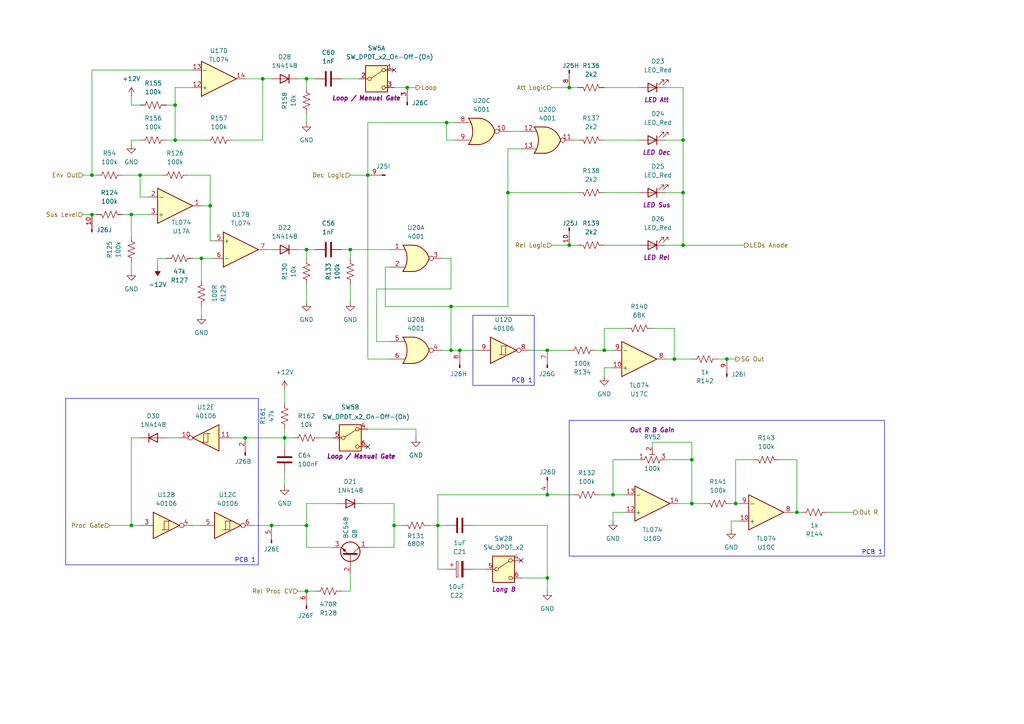
<source format=kicad_sch>
(kicad_sch (version 20250114) (generator "eeschema") (generator_version "9.0")
  (paper "A4")
  (title_block (comment 1 "PCB for 15cm Kosmo format synthesizer module"))
  (lib_symbols
    (symbol "4xxx:4001" (pin_names (offset 1.016))
      (property "Reference" "U" (at 0 1.27 0))
      (property "Value" "4001" (at 0 -1.27 0))
      (symbol "4001_1_1"
        (pin input line (at -7.62 2.54 0) (length 4.318) (name "~") (number "1"))
        (pin input line (at -7.62 -2.54 0) (length 4.318) (name "~") (number "2"))
        (pin output inverted (at 7.62 0 180) (length 3.81) (name "~") (number "3"))
      )
      (symbol "4001_1_2"
        (pin input inverted (at -7.62 2.54 0) (length 3.81) (name "~") (number "1"))
        (pin input inverted (at -7.62 -2.54 0) (length 3.81) (name "~") (number "2"))
        (pin output line (at 7.62 0 180) (length 3.81) (name "~") (number "3"))
      )
      (symbol "4001_2_1"
        (pin input line (at -7.62 2.54 0) (length 4.318) (name "~") (number "5"))
        (pin input line (at -7.62 -2.54 0) (length 4.318) (name "~") (number "6"))
        (pin output inverted (at 7.62 0 180) (length 3.81) (name "~") (number "4"))
      )
      (symbol "4001_2_2"
        (pin input inverted (at -7.62 2.54 0) (length 3.81) (name "~") (number "5"))
        (pin input inverted (at -7.62 -2.54 0) (length 3.81) (name "~") (number "6"))
        (pin output line (at 7.62 0 180) (length 3.81) (name "~") (number "4"))
      )
      (symbol "4001_3_1"
        (pin input line (at -7.62 2.54 0) (length 4.318) (name "~") (number "8"))
        (pin input line (at -7.62 -2.54 0) (length 4.318) (name "~") (number "9"))
        (pin output inverted (at 7.62 0 180) (length 3.81) (name "~") (number "10"))
      )
      (symbol "4001_3_2"
        (pin input inverted (at -7.62 2.54 0) (length 3.81) (name "~") (number "8"))
        (pin input inverted (at -7.62 -2.54 0) (length 3.81) (name "~") (number "9"))
        (pin output line (at 7.62 0 180) (length 3.81) (name "~") (number "10"))
      )
      (symbol "4001_4_1"
        (pin input line (at -7.62 2.54 0) (length 4.318) (name "~") (number "12"))
        (pin input line (at -7.62 -2.54 0) (length 4.318) (name "~") (number "13"))
        (pin output inverted (at 7.62 0 180) (length 3.81) (name "~") (number "11"))
      )
      (symbol "4001_4_2"
        (pin input inverted (at -7.62 2.54 0) (length 3.81) (name "~") (number "12"))
        (pin input inverted (at -7.62 -2.54 0) (length 3.81) (name "~") (number "13"))
        (pin output line (at 7.62 0 180) (length 3.81) (name "~") (number "11"))
      )
      (symbol "4001_5_0"
        (pin power_in line (at 0 12.7 270) (length 5.08) (name "VDD") (number "14"))
        (pin power_in line (at 0 -12.7 90) (length 5.08) (name "VSS") (number "7"))
      )
    )
    (symbol "4xxx:40106" (pin_names (offset 1.016))
      (property "Reference" "U" (at 0 1.27 0))
      (property "Value" "40106" (at 0 -1.27 0))
      (symbol "40106_1_0"
        (pin input line (at -7.62 0 0) (length 3.81) (name "~") (number "1"))
        (pin output inverted (at 7.62 0 180) (length 3.81) (name "~") (number "2"))
      )
      (symbol "40106_2_0"
        (pin input line (at -7.62 0 0) (length 3.81) (name "~") (number "3"))
        (pin output inverted (at 7.62 0 180) (length 3.81) (name "~") (number "4"))
      )
      (symbol "40106_3_0"
        (pin input line (at -7.62 0 0) (length 3.81) (name "~") (number "5"))
        (pin output inverted (at 7.62 0 180) (length 3.81) (name "~") (number "6"))
      )
      (symbol "40106_4_0"
        (pin input line (at -7.62 0 0) (length 3.81) (name "~") (number "9"))
        (pin output inverted (at 7.62 0 180) (length 3.81) (name "~") (number "8"))
      )
      (symbol "40106_5_0"
        (pin input line (at -7.62 0 0) (length 3.81) (name "~") (number "11"))
        (pin output inverted (at 7.62 0 180) (length 3.81) (name "~") (number "10"))
      )
      (symbol "40106_6_0"
        (pin input line (at -7.62 0 0) (length 3.81) (name "~") (number "13"))
        (pin output inverted (at 7.62 0 180) (length 3.81) (name "~") (number "12"))
      )
      (symbol "40106_7_0"
        (pin power_in line (at 0 12.7 270) (length 5.08) (name "VDD") (number "14"))
        (pin power_in line (at 0 -12.7 90) (length 5.08) (name "VSS") (number "7"))
      )
    )
    (symbol "Amplifier_Operational:TL074" (pin_names (offset 0.127))
      (property "Reference" "U" (at 0 5.08 0))
      (property "Value" "TL074" (at 0 -5.08 0))
      (symbol "TL074_1_1"
        (pin input line (at -7.62 2.54 0) (length 2.54) (name "+") (number "3"))
        (pin input line (at -7.62 -2.54 0) (length 2.54) (name "-") (number "2"))
        (pin output line (at 7.62 0 180) (length 2.54) (name "~") (number "1"))
      )
      (symbol "TL074_2_1"
        (pin input line (at -7.62 2.54 0) (length 2.54) (name "+") (number "5"))
        (pin input line (at -7.62 -2.54 0) (length 2.54) (name "-") (number "6"))
        (pin output line (at 7.62 0 180) (length 2.54) (name "~") (number "7"))
      )
      (symbol "TL074_3_1"
        (pin input line (at -7.62 2.54 0) (length 2.54) (name "+") (number "10"))
        (pin input line (at -7.62 -2.54 0) (length 2.54) (name "-") (number "9"))
        (pin output line (at 7.62 0 180) (length 2.54) (name "~") (number "8"))
      )
      (symbol "TL074_4_1"
        (pin input line (at -7.62 2.54 0) (length 2.54) (name "+") (number "12"))
        (pin input line (at -7.62 -2.54 0) (length 2.54) (name "-") (number "13"))
        (pin output line (at 7.62 0 180) (length 2.54) (name "~") (number "14"))
      )
      (symbol "TL074_5_1"
        (pin power_in line (at -2.54 7.62 270) (length 3.81) (name "V+") (number "4"))
        (pin power_in line (at -2.54 -7.62 90) (length 3.81) (name "V-") (number "11"))
      )
    )
    (symbol "Device:C" (pin_numbers (hide yes)) (pin_names (offset 0.254))
      (property "Reference" "C" (at 0.635 2.54 0))
      (property "Value" "C" (at 0.635 -2.54 0))
      (symbol "C_1_1"
        (pin passive line (at 0 3.81 270) (length 2.794) (name "~") (number "1"))
        (pin passive line (at 0 -3.81 90) (length 2.794) (name "~") (number "2"))
      )
    )
    (symbol "Device:C_Polarized" (pin_numbers (hide yes)) (pin_names (offset 0.254))
      (property "Reference" "C" (at 0.635 2.54 0))
      (property "Value" "C_Polarized" (at 0.635 -2.54 0))
      (symbol "C_Polarized_1_1"
        (pin passive line (at 0 3.81 270) (length 2.794) (name "~") (number "1"))
        (pin passive line (at 0 -3.81 90) (length 2.794) (name "~") (number "2"))
      )
    )
    (symbol "Device:LED" (pin_numbers (hide yes)) (pin_names (offset 1.016) (hide yes))
      (property "Reference" "D" (at 0 2.54 0))
      (property "Value" "LED" (at 0 -2.54 0))
      (symbol "LED_1_1"
        (pin passive line (at -3.81 0 0) (length 2.54) (name "K") (number "1"))
        (pin passive line (at 3.81 0 180) (length 2.54) (name "A") (number "2"))
      )
    )
    (symbol "Device:R_Potentiometer_Trim_US" (pin_names (offset 1.016) (hide yes))
      (property "Reference" "RV" (at -4.445 0 90))
      (property "Value" "R_Potentiometer_Trim_US" (at -2.54 0 90))
      (symbol "R_Potentiometer_Trim_US_1_1"
        (pin passive line (at 0 3.81 270) (length 1.27) (name "1") (number "1"))
        (pin passive line (at 0 -3.81 90) (length 1.27) (name "3") (number "3"))
        (pin passive line (at 3.81 0 180) (length 1.27) (name "2") (number "2"))
      )
    )
    (symbol "Device:R_US" (pin_numbers (hide yes)) (pin_names (offset 0))
      (property "Reference" "R" (at 2.54 0 90))
      (property "Value" "R_US" (at -2.54 0 90))
      (symbol "R_US_1_1"
        (pin passive line (at 0 3.81 270) (length 1.27) (name "~") (number "1"))
        (pin passive line (at 0 -3.81 90) (length 1.27) (name "~") (number "2"))
      )
    )
    (symbol "Diode:1N4148" (pin_numbers (hide yes)) (pin_names (hide yes))
      (property "Reference" "D" (at 0 2.54 0))
      (property "Value" "1N4148" (at 0 -2.54 0))
      (symbol "1N4148_1_1"
        (pin passive line (at -3.81 0 0) (length 2.54) (name "K") (number "1"))
        (pin passive line (at 3.81 0 180) (length 2.54) (name "A") (number "2"))
      )
    )
    (symbol "Switch:SW_DPDT_x2" (pin_names (offset 0) (hide yes))
      (property "Reference" "SW" (at 0 5.08 0))
      (property "Value" "SW_DPDT_x2" (at 0 -5.08 0))
      (symbol "SW_DPDT_x2_1_1"
        (pin passive line (at -5.08 0 0) (length 2.54) (name "B") (number "2"))
        (pin passive line (at 5.08 2.54 180) (length 2.54) (name "A") (number "1"))
        (pin passive line (at 5.08 -2.54 180) (length 2.54) (name "C") (number "3"))
      )
      (symbol "SW_DPDT_x2_2_1"
        (pin passive line (at -5.08 0 0) (length 2.54) (name "B") (number "5"))
        (pin passive line (at 5.08 2.54 180) (length 2.54) (name "A") (number "4"))
        (pin passive line (at 5.08 -2.54 180) (length 2.54) (name "C") (number "6"))
      )
    )
    (symbol "SynthStuff:Conn_01x10_PinHeader" (pin_names (offset 1.016) (hide yes))
      (property "Reference" "J" (at 0 2.54 0))
      (symbol "Conn_01x10_PinHeader_1_1"
        (pin passive line (at 5.08 0 180) (length 3.81) (name "Pin_1") (number "1"))
      )
      (symbol "Conn_01x10_PinHeader_2_1"
        (pin passive line (at 5.08 0 180) (length 3.81) (name "Pin_2") (number "2"))
      )
      (symbol "Conn_01x10_PinHeader_3_1"
        (pin passive line (at 5.08 0 180) (length 3.81) (name "Pin_3") (number "3"))
      )
      (symbol "Conn_01x10_PinHeader_4_1"
        (pin passive line (at 5.08 0 180) (length 3.81) (name "Pin_4") (number "4"))
      )
      (symbol "Conn_01x10_PinHeader_5_1"
        (pin passive line (at 5.08 0 180) (length 3.81) (name "Pin_5") (number "5"))
      )
      (symbol "Conn_01x10_PinHeader_6_1"
        (pin passive line (at 5.08 0 180) (length 3.81) (name "Pin_6") (number "6"))
      )
      (symbol "Conn_01x10_PinHeader_7_1"
        (pin passive line (at 5.08 0 180) (length 3.81) (name "Pin_7") (number "7"))
      )
      (symbol "Conn_01x10_PinHeader_8_1"
        (pin passive line (at 5.08 0 180) (length 3.81) (name "Pin_8") (number "8"))
      )
      (symbol "Conn_01x10_PinHeader_9_1"
        (pin passive line (at 5.08 0 180) (length 3.81) (name "Pin_9") (number "9"))
      )
      (symbol "Conn_01x10_PinHeader_10_1"
        (pin passive line (at 5.08 0 180) (length 3.81) (name "Pin_10") (number "10"))
      )
    )
    (symbol "Transistor_BJT:BC548" (pin_names (offset 0) (hide yes))
      (property "Reference" "Q" (at 5.08 1.905 0))
      (property "Value" "BC548" (at 5.08 0 0))
      (symbol "BC548_1_1"
        (pin input line (at -5.08 0 0) (length 2.54) (name "B") (number "2"))
        (pin passive line (at 2.54 5.08 270) (length 2.54) (name "C") (number "1"))
        (pin passive line (at 2.54 -5.08 90) (length 2.54) (name "E") (number "3"))
      )
    )
    (symbol "power:+12V" (power) (pin_numbers (hide yes)) (pin_names (offset 0) (hide yes))
      (property "Value" "+12V" (at 0 3.556 0))
      (symbol "+12V_1_1"
        (pin power_in line (at 0 0 90) (length 0) (name "~") (number "1"))
      )
    )
    (symbol "power:-12V" (power) (pin_numbers (hide yes)) (pin_names (offset 0) (hide yes))
      (property "Value" "-12V" (at 0 3.556 0))
      (symbol "-12V_0_0"
        (pin power_in line (at 0 0 90) (length 0) (name "~") (number "1"))
      )
    )
    (symbol "power:GND" (power) (pin_numbers (hide yes)) (pin_names (offset 0) (hide yes))
      (property "Value" "GND" (at 0 -3.81 0))
      (symbol "GND_1_1"
        (pin power_in line (at 0 0 270) (length 0) (name "~") (number "1"))
      )
    )
  )
  (rectangle (start 137.16 91.44) (end 154.94 111.76))
  (rectangle (start 19.05 115.57) (end 74.93 163.83))
  (rectangle (start 165.1 121.92) (end 256.54 161.29))
  (text "PCB 1" (at 71.12 162.56 0) (effects (font (size 1.27 1.27))))
  (text "PCB 1" (at 151.384 110.49 0) (effects (font (size 1.27 1.27))))
  (text "PCB 1" (at 252.984 160.274 0) (effects (font (size 1.27 1.27))))
  (junction (at 71.12 127))
  (junction (at 106.68 50.8))
  (junction (at 114.3 152.4))
  (junction (at 213.36 146.05))
  (junction (at 129.54 35.56))
  (junction (at 88.9 152.4))
  (junction (at 147.32 55.88))
  (junction (at 177.8 143.51))
  (junction (at 26.67 62.23))
  (junction (at 130.81 88.9))
  (junction (at 78.74 152.4))
  (junction (at 76.2 22.86))
  (junction (at 40.64 50.8))
  (junction (at 26.67 50.8))
  (junction (at 198.12 40.64))
  (junction (at 165.1 71.12))
  (junction (at 231.14 148.59))
  (junction (at 127 152.4))
  (junction (at 175.26 101.6))
  (junction (at 88.9 22.86))
  (junction (at 88.9 171.45))
  (junction (at 118.11 25.4))
  (junction (at 158.75 167.64))
  (junction (at 38.1 152.4))
  (junction (at 200.66 146.05))
  (junction (at 200.66 133.35))
  (junction (at 158.75 101.6))
  (junction (at 101.6 72.39))
  (junction (at 130.81 101.6))
  (junction (at 158.75 143.51))
  (junction (at 165.1 25.4))
  (junction (at 50.8 30.48))
  (junction (at 88.9 72.39))
  (junction (at 58.42 74.93))
  (junction (at 195.58 104.14))
  (junction (at 38.1 62.23))
  (junction (at 198.12 55.88))
  (junction (at 50.8 40.64))
  (junction (at 198.12 71.12))
  (junction (at 60.96 59.69))
  (junction (at 82.55 127))
  (junction (at 133.35 101.6))
  (junction (at 210.82 104.14))
  (no_connect (at 151.13 162.56))
  (no_connect (at 114.3 20.32))
  (no_connect (at 106.68 129.54))
  (wire (pts (xy 48.26 40.64) (xy 50.8 40.64)))
  (wire (pts (xy 175.26 55.88) (xy 185.42 55.88)))
  (wire (pts (xy 38.1 152.4) (xy 40.64 152.4)))
  (wire (pts (xy 38.1 127) (xy 38.1 152.4)))
  (wire (pts (xy 130.81 101.6) (xy 133.35 101.6)))
  (wire (pts (xy 88.9 171.45) (xy 91.44 171.45)))
  (wire (pts (xy 59.69 40.64) (xy 50.8 40.64)))
  (wire (pts (xy 200.66 133.35) (xy 200.66 146.05)))
  (wire (pts (xy 198.12 25.4) (xy 198.12 40.64)))
  (wire (pts (xy 158.75 143.51) (xy 166.37 143.51)))
  (wire (pts (xy 58.42 88.9) (xy 58.42 91.44)))
  (wire (pts (xy 231.14 133.35) (xy 231.14 148.59)))
  (wire (pts (xy 88.9 33.02) (xy 88.9 35.56)))
  (wire (pts (xy 101.6 82.55) (xy 101.6 87.63)))
  (wire (pts (xy 105.41 146.05) (xy 114.3 146.05)))
  (wire (pts (xy 101.6 50.8) (xy 106.68 50.8)))
  (wire (pts (xy 193.04 55.88) (xy 198.12 55.88)))
  (wire (pts (xy 175.26 40.64) (xy 185.42 40.64)))
  (wire (pts (xy 99.06 22.86) (xy 104.14 22.86)))
  (wire (pts (xy 88.9 72.39) (xy 88.9 74.93)))
  (wire (pts (xy 26.67 50.8) (xy 27.94 50.8)))
  (wire (pts (xy 147.32 55.88) (xy 147.32 43.18)))
  (wire (pts (xy 195.58 104.14) (xy 200.66 104.14)))
  (wire (pts (xy 166.37 40.64) (xy 167.64 40.64)))
  (wire (pts (xy 198.12 40.64) (xy 198.12 55.88)))
  (wire (pts (xy 226.06 133.35) (xy 231.14 133.35)))
  (wire (pts (xy 71.12 127) (xy 82.55 127)))
  (wire (pts (xy 177.8 133.35) (xy 177.8 143.51)))
  (wire (pts (xy 114.3 158.75) (xy 114.3 152.4)))
  (wire (pts (xy 229.87 148.59) (xy 231.14 148.59)))
  (wire (pts (xy 128.27 101.6) (xy 130.81 101.6)))
  (wire (pts (xy 40.64 30.48) (xy 38.1 30.48)))
  (wire (pts (xy 24.13 50.8) (xy 26.67 50.8)))
  (wire (pts (xy 111.76 77.47) (xy 111.76 88.9)))
  (wire (pts (xy 114.3 152.4) (xy 116.84 152.4)))
  (wire (pts (xy 101.6 171.45) (xy 101.6 166.37)))
  (wire (pts (xy 26.67 62.23) (xy 27.94 62.23)))
  (wire (pts (xy 88.9 158.75) (xy 96.52 158.75)))
  (wire (pts (xy 48.26 127) (xy 52.07 127)))
  (wire (pts (xy 218.44 133.35) (xy 213.36 133.35)))
  (wire (pts (xy 82.55 124.46) (xy 82.55 127)))
  (wire (pts (xy 158.75 152.4) (xy 158.75 167.64)))
  (wire (pts (xy 208.28 104.14) (xy 210.82 104.14)))
  (wire (pts (xy 101.6 72.39) (xy 113.03 72.39)))
  (wire (pts (xy 129.54 35.56) (xy 129.54 40.64)))
  (wire (pts (xy 97.79 146.05) (xy 88.9 146.05)))
  (wire (pts (xy 147.32 55.88) (xy 147.32 88.9)))
  (wire (pts (xy 120.65 124.46) (xy 120.65 127)))
  (wire (pts (xy 60.96 59.69) (xy 58.42 59.69)))
  (wire (pts (xy 193.04 25.4) (xy 198.12 25.4)))
  (wire (pts (xy 130.81 83.82) (xy 109.22 83.82)))
  (wire (pts (xy 55.88 25.4) (xy 50.8 25.4)))
  (wire (pts (xy 137.16 165.1) (xy 140.97 165.1)))
  (wire (pts (xy 165.1 71.12) (xy 167.64 71.12)))
  (wire (pts (xy 71.12 22.86) (xy 76.2 22.86)))
  (wire (pts (xy 198.12 55.88) (xy 198.12 71.12)))
  (wire (pts (xy 106.68 50.8) (xy 106.68 104.14)))
  (wire (pts (xy 35.56 62.23) (xy 38.1 62.23)))
  (wire (pts (xy 175.26 71.12) (xy 185.42 71.12)))
  (wire (pts (xy 60.96 69.85) (xy 62.23 69.85)))
  (wire (pts (xy 177.8 143.51) (xy 173.99 143.51)))
  (wire (pts (xy 58.42 74.93) (xy 58.42 81.28)))
  (wire (pts (xy 86.36 72.39) (xy 88.9 72.39)))
  (wire (pts (xy 86.36 171.45) (xy 88.9 171.45)))
  (wire (pts (xy 147.32 55.88) (xy 167.64 55.88)))
  (wire (pts (xy 160.02 71.12) (xy 165.1 71.12)))
  (wire (pts (xy 210.82 104.14) (xy 213.36 104.14)))
  (wire (pts (xy 185.42 133.35) (xy 177.8 133.35)))
  (wire (pts (xy 151.13 167.64) (xy 158.75 167.64)))
  (wire (pts (xy 77.47 72.39) (xy 78.74 72.39)))
  (wire (pts (xy 38.1 41.91) (xy 38.1 40.64)))
  (wire (pts (xy 78.74 152.4) (xy 88.9 152.4)))
  (wire (pts (xy 106.68 124.46) (xy 120.65 124.46)))
  (wire (pts (xy 172.72 101.6) (xy 175.26 101.6)))
  (wire (pts (xy 200.66 146.05) (xy 204.47 146.05)))
  (wire (pts (xy 165.1 25.4) (xy 167.64 25.4)))
  (wire (pts (xy 130.81 88.9) (xy 130.81 101.6)))
  (wire (pts (xy 113.03 77.47) (xy 111.76 77.47)))
  (wire (pts (xy 50.8 25.4) (xy 50.8 30.48)))
  (wire (pts (xy 240.03 148.59) (xy 247.65 148.59)))
  (wire (pts (xy 212.09 146.05) (xy 213.36 146.05)))
  (wire (pts (xy 127 165.1) (xy 127 152.4)))
  (wire (pts (xy 88.9 146.05) (xy 88.9 152.4)))
  (wire (pts (xy 129.54 35.56) (xy 132.08 35.56)))
  (wire (pts (xy 189.23 95.25) (xy 195.58 95.25)))
  (wire (pts (xy 212.09 151.13) (xy 212.09 153.67)))
  (wire (pts (xy 38.1 62.23) (xy 38.1 68.58)))
  (wire (pts (xy 147.32 38.1) (xy 151.13 38.1)))
  (wire (pts (xy 76.2 40.64) (xy 76.2 22.86)))
  (wire (pts (xy 106.68 158.75) (xy 114.3 158.75)))
  (wire (pts (xy 31.75 152.4) (xy 38.1 152.4)))
  (wire (pts (xy 177.8 148.59) (xy 177.8 151.13)))
  (wire (pts (xy 231.14 148.59) (xy 232.41 148.59)))
  (wire (pts (xy 128.27 74.93) (xy 130.81 74.93)))
  (wire (pts (xy 101.6 72.39) (xy 101.6 74.93)))
  (wire (pts (xy 109.22 99.06) (xy 113.03 99.06)))
  (wire (pts (xy 60.96 50.8) (xy 60.96 59.69)))
  (wire (pts (xy 181.61 143.51) (xy 177.8 143.51)))
  (wire (pts (xy 132.08 40.64) (xy 129.54 40.64)))
  (wire (pts (xy 38.1 30.48) (xy 38.1 27.94)))
  (wire (pts (xy 55.88 152.4) (xy 58.42 152.4)))
  (wire (pts (xy 73.66 152.4) (xy 78.74 152.4)))
  (wire (pts (xy 58.42 74.93) (xy 62.23 74.93)))
  (wire (pts (xy 40.64 50.8) (xy 46.99 50.8)))
  (wire (pts (xy 200.66 128.27) (xy 200.66 133.35)))
  (wire (pts (xy 88.9 72.39) (xy 91.44 72.39)))
  (wire (pts (xy 48.26 74.93) (xy 45.72 74.93)))
  (wire (pts (xy 26.67 20.32) (xy 55.88 20.32)))
  (wire (pts (xy 129.54 165.1) (xy 127 165.1)))
  (wire (pts (xy 177.8 106.68) (xy 175.26 106.68)))
  (wire (pts (xy 114.3 25.4) (xy 118.11 25.4)))
  (wire (pts (xy 38.1 76.2) (xy 38.1 78.74)))
  (wire (pts (xy 82.55 127) (xy 85.09 127)))
  (wire (pts (xy 195.58 95.25) (xy 195.58 104.14)))
  (wire (pts (xy 189.23 129.54) (xy 189.23 128.27)))
  (wire (pts (xy 82.55 127) (xy 82.55 129.54)))
  (wire (pts (xy 106.68 35.56) (xy 106.68 50.8)))
  (wire (pts (xy 181.61 95.25) (xy 175.26 95.25)))
  (wire (pts (xy 99.06 72.39) (xy 101.6 72.39)))
  (wire (pts (xy 129.54 35.56) (xy 106.68 35.56)))
  (wire (pts (xy 111.76 88.9) (xy 130.81 88.9)))
  (wire (pts (xy 130.81 88.9) (xy 147.32 88.9)))
  (wire (pts (xy 198.12 71.12) (xy 215.9 71.12)))
  (wire (pts (xy 26.67 20.32) (xy 26.67 50.8)))
  (wire (pts (xy 88.9 82.55) (xy 88.9 87.63)))
  (wire (pts (xy 38.1 62.23) (xy 43.18 62.23)))
  (wire (pts (xy 35.56 50.8) (xy 40.64 50.8)))
  (wire (pts (xy 160.02 25.4) (xy 165.1 25.4)))
  (wire (pts (xy 43.18 57.15) (xy 40.64 57.15)))
  (wire (pts (xy 99.06 171.45) (xy 101.6 171.45)))
  (wire (pts (xy 147.32 43.18) (xy 151.13 43.18)))
  (wire (pts (xy 48.26 30.48) (xy 50.8 30.48)))
  (wire (pts (xy 86.36 22.86) (xy 88.9 22.86)))
  (wire (pts (xy 109.22 83.82) (xy 109.22 99.06)))
  (wire (pts (xy 193.04 40.64) (xy 198.12 40.64)))
  (wire (pts (xy 24.13 62.23) (xy 26.67 62.23)))
  (wire (pts (xy 127 143.51) (xy 127 152.4)))
  (wire (pts (xy 45.72 74.93) (xy 45.72 77.47)))
  (wire (pts (xy 54.61 50.8) (xy 60.96 50.8)))
  (wire (pts (xy 175.26 95.25) (xy 175.26 101.6)))
  (wire (pts (xy 40.64 57.15) (xy 40.64 50.8)))
  (wire (pts (xy 196.85 146.05) (xy 200.66 146.05)))
  (wire (pts (xy 92.71 127) (xy 96.52 127)))
  (wire (pts (xy 76.2 22.86) (xy 78.74 22.86)))
  (wire (pts (xy 67.31 127) (xy 71.12 127)))
  (wire (pts (xy 88.9 22.86) (xy 91.44 22.86)))
  (wire (pts (xy 38.1 40.64) (xy 40.64 40.64)))
  (wire (pts (xy 181.61 148.59) (xy 177.8 148.59)))
  (wire (pts (xy 82.55 113.03) (xy 82.55 116.84)))
  (wire (pts (xy 158.75 167.64) (xy 158.75 171.45)))
  (wire (pts (xy 127 152.4) (xy 129.54 152.4)))
  (wire (pts (xy 88.9 152.4) (xy 88.9 158.75)))
  (wire (pts (xy 82.55 137.16) (xy 82.55 140.97)))
  (wire (pts (xy 130.81 74.93) (xy 130.81 83.82)))
  (wire (pts (xy 55.88 74.93) (xy 58.42 74.93)))
  (wire (pts (xy 133.35 101.6) (xy 138.43 101.6)))
  (wire (pts (xy 214.63 151.13) (xy 212.09 151.13)))
  (wire (pts (xy 193.04 133.35) (xy 200.66 133.35)))
  (wire (pts (xy 88.9 22.86) (xy 88.9 25.4)))
  (wire (pts (xy 193.04 71.12) (xy 198.12 71.12)))
  (wire (pts (xy 213.36 133.35) (xy 213.36 146.05)))
  (wire (pts (xy 175.26 101.6) (xy 177.8 101.6)))
  (wire (pts (xy 124.46 152.4) (xy 127 152.4)))
  (wire (pts (xy 114.3 146.05) (xy 114.3 152.4)))
  (wire (pts (xy 137.16 152.4) (xy 158.75 152.4)))
  (wire (pts (xy 175.26 106.68) (xy 175.26 109.22)))
  (wire (pts (xy 40.64 127) (xy 38.1 127)))
  (wire (pts (xy 60.96 59.69) (xy 60.96 69.85)))
  (wire (pts (xy 189.23 128.27) (xy 200.66 128.27)))
  (wire (pts (xy 175.26 25.4) (xy 185.42 25.4)))
  (wire (pts (xy 118.11 25.4) (xy 120.65 25.4)))
  (wire (pts (xy 213.36 146.05) (xy 214.63 146.05)))
  (wire (pts (xy 193.04 104.14) (xy 195.58 104.14)))
  (wire (pts (xy 50.8 30.48) (xy 50.8 40.64)))
  (wire (pts (xy 153.67 101.6) (xy 158.75 101.6)))
  (wire (pts (xy 106.68 104.14) (xy 113.03 104.14)))
  (wire (pts (xy 67.31 40.64) (xy 76.2 40.64)))
  (wire (pts (xy 127 143.51) (xy 158.75 143.51)))
  (wire (pts (xy 158.75 101.6) (xy 165.1 101.6)))
  (hierarchical_label "Dec Logic" (shape input) (at 101.6 50.8 180))
  (hierarchical_label "Att Logic" (shape input) (at 160.02 25.4 180))
  (hierarchical_label "SG Out" (shape output) (at 213.36 104.14 0))
  (hierarchical_label "Proc Gate" (shape input) (at 31.75 152.4 180))
  (hierarchical_label "Loop" (shape output) (at 120.65 25.4 0))
  (hierarchical_label "LEDs Anode" (shape output) (at 215.9 71.12 0))
  (hierarchical_label "Env Out" (shape input) (at 24.13 50.8 180))
  (hierarchical_label "Out R" (shape output) (at 247.65 148.59 0))
  (hierarchical_label "Rel Proc CV" (shape input) (at 86.36 171.45 180))
  (hierarchical_label "Rel Logic" (shape input) (at 160.02 71.12 180))
  (hierarchical_label "Sus Level" (shape input) (at 24.13 62.23 180))
  (symbol (lib_id "Device:C") (at 133.35 152.4 90) (mirror x) (unit 1)
    (property "Reference" "C21" (at 133.35 160.02 90))
    (property "Value" "1uF" (at 133.35 157.48 90))
    (property "Footprint" "Capacitor_THT:C_Disc_D4.3mm_W1.9mm_P5.00mm" (effects (hide yes)))
    (property "Description" "Unpolarized capacitor" (effects (hide yes)))
  )
  (symbol (lib_id "Device:R_US") (at 88.9 127 270) (unit 1)
    (property "Reference" "R162" (at 88.9 120.65 90))
    (property "Value" "10k" (at 88.9 123.19 90))
    (property "Footprint" "Resistor_THT:R_Axial_DIN0207_L6.3mm_D2.5mm_P7.62mm_Horizontal" (effects (hide yes)))
    (property "Description" "Resistor, US symbol" (effects (hide yes)))
  )
  (symbol (lib_id "power:GND") (at 158.75 171.45 0) (unit 1)
    (property "Reference" "#PWR066" (effects (hide yes)))
    (property "Value" "GND" (at 158.75 176.53 0))
    (property "Description" "Power symbol creates a global label with name \"GND\" , ground" (effects (hide yes)))
  )
  (symbol (lib_id "Device:LED") (at 189.23 71.12 180) (unit 1)
    (property "Reference" "D26" (at 190.8175 63.5 0))
    (property "Value" "LED_Red" (at 190.8175 66.04 0))
    (property "Footprint" "LED_THT:LED_D3.0mm" (effects (hide yes)))
    (property "Description" "Light emitting diode" (effects (hide yes)))
    (property "Sim.Pins" "1=K 2=A" (effects (hide yes)))
    (property "Function" "LED Rel" (at 190.5 74.676 0) (effects (font (thickness 0.254) (bold yes) (italic yes))))
  )
  (symbol (lib_id "SynthStuff:Conn_01x10_PinHeader") (at 78.74 157.48 90) (unit 5)
    (property "Reference" "J26" (at 76.454 159.258 90) (effects (justify right)))
    (property "Value" "Conn_01x10_PinHeader" (effects (hide yes)))
    (property "Footprint" "Connector_PinSocket_2.54mm:PinSocket_1x10_P2.54mm_Vertical" (effects (hide yes)))
    (property "Description" "Generic connector, single row, 01x10" (effects (hide yes)))
  )
  (symbol (lib_id "power:GND") (at 177.8 151.13 0) (unit 1)
    (property "Reference" "#PWR067" (effects (hide yes)))
    (property "Value" "GND" (at 177.8 156.21 0))
    (property "Description" "Power symbol creates a global label with name \"GND\" , ground" (effects (hide yes)))
  )
  (symbol (lib_id "Switch:SW_DPDT_x2") (at 101.6 127 0) (unit 2)
    (property "Reference" "SW5" (at 101.6 118.11 0))
    (property "Value" "SW_DPDT_x2_On-Off-(On)" (at 106.172 120.904 0))
    (property "Footprint" "SynthStuff:Toggle_Switch_2_Poles_TE" (effects (hide yes)))
    (property "Description" "Switch, dual pole double throw, separate symbols" (effects (hide yes)))
    (property "Function" "Loop / Manual Gate" (at 104.648 132.334 0) (effects (font (thickness 0.254) (bold yes) (italic yes))))
  )
  (symbol (lib_id "Amplifier_Operational:TL074") (at 185.42 104.14 0) (mirror x) (unit 3)
    (property "Reference" "U17" (at 185.42 114.3 0))
    (property "Value" "TL074" (at 185.42 111.76 0))
    (property "Footprint" "Package_DIP:DIP-14_W7.62mm_Socket" (effects (hide yes)))
    (property "Datasheet" "http://www.ti.com/lit/ds/symlink/tl071.pdf" (effects (hide yes)))
    (property "Description" "Quad Low-Noise JFET-Input Operational Amplifiers, DIP-14/SOIC-14" (effects (hide yes)))
  )
  (symbol (lib_id "Device:R_US") (at 222.25 133.35 90) (mirror x) (unit 1) (on_board no)
    (property "Reference" "R143" (at 222.25 127 90))
    (property "Value" "100k" (at 222.25 129.54 90))
    (property "Footprint" "Resistor_THT:R_Axial_DIN0207_L6.3mm_D2.5mm_P7.62mm_Horizontal" (effects (hide yes)))
    (property "Description" "Resistor, US symbol" (effects (hide yes)))
  )
  (symbol (lib_id "4xxx:40106") (at 146.05 101.6 0) (unit 4) (on_board no)
    (property "Reference" "U12" (at 146.05 92.71 0))
    (property "Value" "40106" (at 146.05 95.25 0))
    (property "Footprint" "Package_DIP:DIP-14_W7.62mm_Socket" (effects (hide yes)))
    (property "Datasheet" "https://assets.nexperia.com/documents/data-sheet/HEF40106B.pdf" (effects (hide yes)))
    (property "Description" "Hex Schmitt trigger inverter" (effects (hide yes)))
  )
  (symbol (lib_id "Transistor_BJT:BC548") (at 101.6 161.29 270) (mirror x) (unit 1)
    (property "Reference" "Q8" (at 102.8701 156.21 0) (effects (justify left)))
    (property "Value" "BC548" (at 100.3301 156.21 0) (effects (justify left)))
    (property "Footprint" "Package_TO_SOT_THT:TO-92L_Inline_Wide" (effects (hide yes)))
    (property "Datasheet" "https://www.onsemi.com/pub/Collateral/BC550-D.pdf" (effects (hide yes)))
    (property "Description" "0.1A Ic, 30V Vce, Small Signal NPN Transistor, TO-92" (effects (hide yes)))
  )
  (symbol (lib_id "Device:R_US") (at 38.1 72.39 0) (unit 1)
    (property "Reference" "R125" (at 31.75 72.39 90))
    (property "Value" "100k" (at 34.29 72.39 90))
    (property "Footprint" "Resistor_THT:R_Axial_DIN0207_L6.3mm_D2.5mm_P7.62mm_Horizontal" (effects (hide yes)))
    (property "Description" "Resistor, US symbol" (effects (hide yes)))
  )
  (symbol (lib_id "Device:R_US") (at 171.45 25.4 90) (mirror x) (unit 1)
    (property "Reference" "R136" (at 171.45 19.05 90))
    (property "Value" "2k2" (at 171.45 21.59 90))
    (property "Footprint" "Resistor_THT:R_Axial_DIN0207_L6.3mm_D2.5mm_P7.62mm_Horizontal" (effects (hide yes)))
    (property "Description" "Resistor, US symbol" (effects (hide yes)))
  )
  (symbol (lib_id "Diode:1N4148") (at 82.55 22.86 180) (unit 1)
    (property "Reference" "D28" (at 82.55 16.51 0))
    (property "Value" "1N4148" (at 82.55 19.05 0))
    (property "Footprint" "Diode_THT:D_DO-35_SOD27_P7.62mm_Horizontal" (effects (hide yes)))
    (property "Datasheet" "https://assets.nexperia.com/documents/data-sheet/1N4148_1N4448.pdf" (effects (hide yes)))
    (property "Description" "100V 0.15A standard switching diode, DO-35" (effects (hide yes)))
    (property "Sim.Device" "D" (effects (hide yes)))
    (property "Sim.Pins" "1=K 2=A" (effects (hide yes)))
  )
  (symbol (lib_id "SynthStuff:Conn_01x10_PinHeader") (at 111.76 50.8 180) (unit 9)
    (property "Reference" "J25" (at 111.125 48.26 0))
    (property "Value" "Conn_01x10_PinHeader" (effects (hide yes)))
    (property "Footprint" "Connector_PinSocket_2.54mm:PinSocket_1x10_P2.54mm_Vertical" (effects (hide yes)))
    (property "Description" "Generic connector, single row, 01x10" (effects (hide yes)))
  )
  (symbol (lib_id "power:-12V") (at 45.72 77.47 180) (unit 1)
    (property "Reference" "#PWR063" (effects (hide yes)))
    (property "Value" "-12V" (at 45.72 82.55 0))
    (property "Description" "Power symbol creates a global label with name \"-12V\"" (effects (hide yes)))
  )
  (symbol (lib_id "4xxx:4001") (at 158.75 40.64 0) (unit 4)
    (property "Reference" "U20" (at 158.75 31.75 0))
    (property "Value" "4001" (at 158.75 34.29 0))
    (property "Footprint" "Package_DIP:DIP-14_W7.62mm_Socket" (effects (hide yes)))
    (property "Datasheet" "http://www.intersil.com/content/dam/Intersil/documents/cd40/cd4000bms-01bms-02bms-25bms.pdf" (effects (hide yes)))
    (property "Description" "Quad Nor 2 inputs" (effects (hide yes)))
  )
  (symbol (lib_id "power:GND") (at 82.55 140.97 0) (unit 1)
    (property "Reference" "#PWR0119" (effects (hide yes)))
    (property "Value" "GND" (at 82.55 146.05 0))
    (property "Description" "Power symbol creates a global label with name \"GND\" , ground" (effects (hide yes)))
  )
  (symbol (lib_id "power:GND") (at 175.26 109.22 0) (unit 1)
    (property "Reference" "#PWR069" (effects (hide yes)))
    (property "Value" "GND" (at 175.26 114.3 0))
    (property "Description" "Power symbol creates a global label with name \"GND\" , ground" (effects (hide yes)))
  )
  (symbol (lib_id "4xxx:40106") (at 66.04 152.4 0) (unit 3) (on_board no)
    (property "Reference" "U12" (at 66.04 143.51 0))
    (property "Value" "40106" (at 66.04 146.05 0))
    (property "Footprint" "Package_DIP:DIP-14_W7.62mm_Socket" (effects (hide yes)))
    (property "Datasheet" "https://assets.nexperia.com/documents/data-sheet/HEF40106B.pdf" (effects (hide yes)))
    (property "Description" "Hex Schmitt trigger inverter" (effects (hide yes)))
  )
  (symbol (lib_id "Device:C_Polarized") (at 133.35 165.1 90) (mirror x) (unit 1)
    (property "Reference" "C22" (at 132.461 172.72 90))
    (property "Value" "10uF" (at 132.461 170.18 90))
    (property "Footprint" "Capacitor_THT:CP_Radial_D5.0mm_P2.00mm" (effects (hide yes)))
    (property "Description" "Polarized capacitor" (effects (hide yes)))
  )
  (symbol (lib_id "Device:R_US") (at 88.9 78.74 0) (unit 1)
    (property "Reference" "R130" (at 82.55 78.74 90))
    (property "Value" "10k" (at 85.09 78.74 90))
    (property "Footprint" "Resistor_THT:R_Axial_DIN0207_L6.3mm_D2.5mm_P7.62mm_Horizontal" (effects (hide yes)))
    (property "Description" "Resistor, US symbol" (effects (hide yes)))
  )
  (symbol (lib_id "power:GND") (at 120.65 127 0) (unit 1)
    (property "Reference" "#PWR0121" (effects (hide yes)))
    (property "Value" "GND" (at 120.65 132.08 0))
    (property "Description" "Power symbol creates a global label with name \"GND\" , ground" (effects (hide yes)))
  )
  (symbol (lib_id "SynthStuff:Conn_01x10_PinHeader") (at 133.35 106.68 90) (unit 8)
    (property "Reference" "J26" (at 130.556 108.458 90) (effects (justify right)))
    (property "Value" "Conn_01x10_PinHeader" (effects (hide yes)))
    (property "Footprint" "Connector_PinSocket_2.54mm:PinSocket_1x10_P2.54mm_Vertical" (effects (hide yes)))
    (property "Description" "Generic connector, single row, 01x10" (effects (hide yes)))
  )
  (symbol (lib_id "Device:R_US") (at 63.5 40.64 270) (unit 1)
    (property "Reference" "R157" (at 63.5 34.29 90))
    (property "Value" "100k" (at 63.5 36.83 90))
    (property "Footprint" "Resistor_THT:R_Axial_DIN0207_L6.3mm_D2.5mm_P7.62mm_Horizontal" (effects (hide yes)))
    (property "Description" "Resistor, US symbol" (effects (hide yes)))
  )
  (symbol (lib_id "SynthStuff:Conn_01x10_PinHeader") (at 210.82 109.22 90) (unit 9)
    (property "Reference" "J26" (at 212.09 108.5849 90) (effects (justify right)))
    (property "Value" "Conn_01x10_PinHeader" (effects (hide yes)))
    (property "Footprint" "Connector_PinSocket_2.54mm:PinSocket_1x10_P2.54mm_Vertical" (effects (hide yes)))
    (property "Description" "Generic connector, single row, 01x10" (effects (hide yes)))
  )
  (symbol (lib_id "SynthStuff:Conn_01x10_PinHeader") (at 165.1 20.32 270) (unit 8)
    (property "Reference" "J25" (at 163.068 19.05 90) (effects (justify left)))
    (property "Value" "Conn_01x10_PinHeader" (effects (hide yes)))
    (property "Footprint" "Connector_PinSocket_2.54mm:PinSocket_1x10_P2.54mm_Vertical" (effects (hide yes)))
    (property "Description" "Generic connector, single row, 01x10" (effects (hide yes)))
  )
  (symbol (lib_id "Amplifier_Operational:TL074") (at 189.23 146.05 0) (mirror x) (unit 4) (on_board no)
    (property "Reference" "U10" (at 189.23 156.21 0))
    (property "Value" "TL074" (at 189.23 153.67 0))
    (property "Footprint" "Package_DIP:DIP-14_W7.62mm_Socket" (effects (hide yes)))
    (property "Datasheet" "http://www.ti.com/lit/ds/symlink/tl071.pdf" (effects (hide yes)))
    (property "Description" "Quad Low-Noise JFET-Input Operational Amplifiers, DIP-14/SOIC-14" (effects (hide yes)))
  )
  (symbol (lib_id "power:+12V") (at 82.55 113.03 0) (unit 1)
    (property "Reference" "#PWR0118" (effects (hide yes)))
    (property "Value" "+12V" (at 82.55 107.95 0))
    (property "Description" "Power symbol creates a global label with name \"+12V\"" (effects (hide yes)))
  )
  (symbol (lib_id "Diode:1N4148") (at 101.6 146.05 180) (unit 1)
    (property "Reference" "D21" (at 101.6 139.7 0))
    (property "Value" "1N4148" (at 101.6 142.24 0))
    (property "Footprint" "Diode_THT:D_DO-35_SOD27_P7.62mm_Horizontal" (effects (hide yes)))
    (property "Datasheet" "https://assets.nexperia.com/documents/data-sheet/1N4148_1N4448.pdf" (effects (hide yes)))
    (property "Description" "100V 0.15A standard switching diode, DO-35" (effects (hide yes)))
    (property "Sim.Device" "D" (effects (hide yes)))
    (property "Sim.Pins" "1=K 2=A" (effects (hide yes)))
  )
  (symbol (lib_id "Amplifier_Operational:TL074") (at 50.8 59.69 0) (mirror x) (unit 1)
    (property "Reference" "U17" (at 52.578 67.056 0))
    (property "Value" "TL074" (at 52.578 64.516 0))
    (property "Footprint" "Package_DIP:DIP-14_W7.62mm_Socket" (effects (hide yes)))
    (property "Datasheet" "http://www.ti.com/lit/ds/symlink/tl071.pdf" (effects (hide yes)))
    (property "Description" "Quad Low-Noise JFET-Input Operational Amplifiers, DIP-14/SOIC-14" (effects (hide yes)))
  )
  (symbol (lib_id "Device:LED") (at 189.23 25.4 180) (unit 1)
    (property "Reference" "D23" (at 190.8175 17.78 0))
    (property "Value" "LED_Red" (at 190.8175 20.32 0))
    (property "Footprint" "LED_THT:LED_D3.0mm" (effects (hide yes)))
    (property "Description" "Light emitting diode" (effects (hide yes)))
    (property "Sim.Pins" "1=K 2=A" (effects (hide yes)))
    (property "Function" "LED Att" (at 190.5 28.956 0) (effects (font (thickness 0.254) (bold yes) (italic yes))))
  )
  (symbol (lib_id "Device:C") (at 95.25 22.86 90) (unit 1)
    (property "Reference" "C60" (at 95.25 15.24 90))
    (property "Value" "1nF" (at 95.25 17.78 90))
    (property "Footprint" "Capacitor_THT:C_Disc_D4.3mm_W1.9mm_P5.00mm" (effects (hide yes)))
    (property "Description" "Unpolarized capacitor" (effects (hide yes)))
  )
  (symbol (lib_id "Device:R_US") (at 171.45 55.88 90) (mirror x) (unit 1)
    (property "Reference" "R138" (at 171.45 49.53 90))
    (property "Value" "2k2" (at 171.45 52.07 90))
    (property "Footprint" "Resistor_THT:R_Axial_DIN0207_L6.3mm_D2.5mm_P7.62mm_Horizontal" (effects (hide yes)))
    (property "Description" "Resistor, US symbol" (effects (hide yes)))
  )
  (symbol (lib_id "SynthStuff:Conn_01x10_PinHeader") (at 71.12 132.08 90) (unit 2)
    (property "Reference" "J26" (at 68.072 133.858 90) (effects (justify right)))
    (property "Value" "Conn_01x10_PinHeader" (effects (hide yes)))
    (property "Footprint" "Connector_PinSocket_2.54mm:PinSocket_1x10_P2.54mm_Vertical" (effects (hide yes)))
    (property "Description" "Generic connector, single row, 01x10" (effects (hide yes)))
  )
  (symbol (lib_id "Switch:SW_DPDT_x2") (at 109.22 22.86 0) (unit 1)
    (property "Reference" "SW5" (at 109.22 13.97 0))
    (property "Value" "SW_DPDT_x2_On-Off-(On)" (at 113.03 16.51 0))
    (property "Footprint" "SynthStuff:Toggle_Switch_2_Poles_TE" (effects (hide yes)))
    (property "Description" "Switch, dual pole double throw, separate symbols" (effects (hide yes)))
    (property "Function" "Loop / Manual Gate" (at 106.172 28.448 0) (effects (font (thickness 0.254) (bold yes) (italic yes))))
  )
  (symbol (lib_id "power:GND") (at 101.6 87.63 0) (unit 1)
    (property "Reference" "#PWR068" (effects (hide yes)))
    (property "Value" "GND" (at 101.6 92.71 0))
    (property "Description" "Power symbol creates a global label with name \"GND\" , ground" (effects (hide yes)))
  )
  (symbol (lib_id "Device:LED") (at 189.23 40.64 180) (unit 1)
    (property "Reference" "D24" (at 190.8175 33.02 0))
    (property "Value" "LED_Red" (at 190.8175 35.56 0))
    (property "Footprint" "LED_THT:LED_D3.0mm" (effects (hide yes)))
    (property "Description" "Light emitting diode" (effects (hide yes)))
    (property "Sim.Pins" "1=K 2=A" (effects (hide yes)))
    (property "Function" "LED Dec" (at 190.5 44.196 0) (effects (font (thickness 0.254) (bold yes) (italic yes))))
  )
  (symbol (lib_id "Device:R_US") (at 88.9 29.21 0) (unit 1)
    (property "Reference" "R158" (at 82.55 29.21 90))
    (property "Value" "10k" (at 85.09 29.21 90))
    (property "Footprint" "Resistor_THT:R_Axial_DIN0207_L6.3mm_D2.5mm_P7.62mm_Horizontal" (effects (hide yes)))
    (property "Description" "Resistor, US symbol" (effects (hide yes)))
  )
  (symbol (lib_id "power:GND") (at 58.42 91.44 0) (unit 1)
    (property "Reference" "#PWR064" (effects (hide yes)))
    (property "Value" "GND" (at 58.42 96.52 0))
    (property "Description" "Power symbol creates a global label with name \"GND\" , ground" (effects (hide yes)))
  )
  (symbol (lib_id "Device:R_US") (at 44.45 30.48 270) (unit 1)
    (property "Reference" "R155" (at 44.45 24.13 90))
    (property "Value" "100k" (at 44.45 26.67 90))
    (property "Footprint" "Resistor_THT:R_Axial_DIN0207_L6.3mm_D2.5mm_P7.62mm_Horizontal" (effects (hide yes)))
    (property "Description" "Resistor, US symbol" (effects (hide yes)))
  )
  (symbol (lib_id "Device:R_US") (at 58.42 85.09 0) (mirror y) (unit 1)
    (property "Reference" "R129" (at 64.77 85.09 90))
    (property "Value" "100R" (at 62.23 85.09 90))
    (property "Footprint" "Resistor_THT:R_Axial_DIN0207_L6.3mm_D2.5mm_P7.62mm_Horizontal" (effects (hide yes)))
    (property "Description" "Resistor, US symbol" (effects (hide yes)))
  )
  (symbol (lib_id "Device:R_US") (at 208.28 146.05 90) (mirror x) (unit 1) (on_board no)
    (property "Reference" "R141" (at 208.28 139.7 90))
    (property "Value" "100k" (at 208.28 142.24 90))
    (property "Footprint" "Resistor_THT:R_Axial_DIN0207_L6.3mm_D2.5mm_P7.62mm_Horizontal" (effects (hide yes)))
    (property "Description" "Resistor, US symbol" (effects (hide yes)))
  )
  (symbol (lib_id "SynthStuff:Conn_01x10_PinHeader") (at 26.67 67.31 90) (unit 10)
    (property "Reference" "J26" (at 27.94 66.6749 90) (effects (justify right)))
    (property "Value" "Conn_01x10_PinHeader" (effects (hide yes)))
    (property "Footprint" "Connector_PinSocket_2.54mm:PinSocket_1x10_P2.54mm_Vertical" (effects (hide yes)))
    (property "Description" "Generic connector, single row, 01x10" (effects (hide yes)))
  )
  (symbol (lib_id "Device:R_US") (at 50.8 50.8 270) (unit 1)
    (property "Reference" "R126" (at 50.8 44.45 90))
    (property "Value" "100k" (at 50.8 46.99 90))
    (property "Footprint" "Resistor_THT:R_Axial_DIN0207_L6.3mm_D2.5mm_P7.62mm_Horizontal" (effects (hide yes)))
    (property "Description" "Resistor, US symbol" (effects (hide yes)))
  )
  (symbol (lib_id "Device:R_US") (at 101.6 78.74 0) (unit 1)
    (property "Reference" "R133" (at 95.25 78.74 90))
    (property "Value" "100k" (at 97.79 78.74 90))
    (property "Footprint" "Resistor_THT:R_Axial_DIN0207_L6.3mm_D2.5mm_P7.62mm_Horizontal" (effects (hide yes)))
    (property "Description" "Resistor, US symbol" (effects (hide yes)))
  )
  (symbol (lib_id "SynthStuff:Conn_01x10_PinHeader") (at 165.1 66.04 270) (unit 10)
    (property "Reference" "J25" (at 163.068 64.77 90) (effects (justify left)))
    (property "Value" "Conn_01x10_PinHeader" (effects (hide yes)))
    (property "Footprint" "Connector_PinSocket_2.54mm:PinSocket_1x10_P2.54mm_Vertical" (effects (hide yes)))
    (property "Description" "Generic connector, single row, 01x10" (effects (hide yes)))
  )
  (symbol (lib_id "Device:R_US") (at 31.75 50.8 270) (unit 1)
    (property "Reference" "R54" (at 31.75 44.45 90))
    (property "Value" "100k" (at 31.75 46.99 90))
    (property "Footprint" "Resistor_THT:R_Axial_DIN0207_L6.3mm_D2.5mm_P7.62mm_Horizontal" (effects (hide yes)))
    (property "Description" "Resistor, US symbol" (effects (hide yes)))
  )
  (symbol (lib_id "SynthStuff:Conn_01x10_PinHeader") (at 158.75 106.68 90) (unit 7)
    (property "Reference" "J26" (at 156.21 108.458 90) (effects (justify right)))
    (property "Value" "Conn_01x10_PinHeader" (effects (hide yes)))
    (property "Footprint" "Connector_PinSocket_2.54mm:PinSocket_1x10_P2.54mm_Vertical" (effects (hide yes)))
    (property "Description" "Generic connector, single row, 01x10" (effects (hide yes)))
  )
  (symbol (lib_id "SynthStuff:Conn_01x10_PinHeader") (at 118.11 30.48 90) (unit 3)
    (property "Reference" "J26" (at 119.38 29.8449 90) (effects (justify right)))
    (property "Value" "Conn_01x10_PinHeader" (effects (hide yes)))
    (property "Footprint" "Connector_PinSocket_2.54mm:PinSocket_1x10_P2.54mm_Vertical" (effects (hide yes)))
    (property "Description" "Generic connector, single row, 01x10" (effects (hide yes)))
  )
  (symbol (lib_id "4xxx:40106") (at 48.26 152.4 0) (unit 2) (on_board no)
    (property "Reference" "U12" (at 48.26 143.51 0))
    (property "Value" "40106" (at 48.26 146.05 0))
    (property "Footprint" "Package_DIP:DIP-14_W7.62mm_Socket" (effects (hide yes)))
    (property "Datasheet" "https://assets.nexperia.com/documents/data-sheet/HEF40106B.pdf" (effects (hide yes)))
    (property "Description" "Hex Schmitt trigger inverter" (effects (hide yes)))
  )
  (symbol (lib_id "Device:C") (at 82.55 133.35 0) (unit 1)
    (property "Reference" "C64" (at 86.36 132.0799 0) (effects (justify left)))
    (property "Value" "100nF" (at 86.36 134.6199 0) (effects (justify left)))
    (property "Footprint" "Capacitor_THT:C_Disc_D4.3mm_W1.9mm_P5.00mm" (effects (hide yes)))
    (property "Description" "Unpolarized capacitor" (effects (hide yes)))
  )
  (symbol (lib_id "power:GND") (at 88.9 87.63 0) (unit 1)
    (property "Reference" "#PWR065" (effects (hide yes)))
    (property "Value" "GND" (at 88.9 92.71 0))
    (property "Description" "Power symbol creates a global label with name \"GND\" , ground" (effects (hide yes)))
  )
  (symbol (lib_id "Diode:1N4148") (at 44.45 127 0) (unit 1) (on_board no)
    (property "Reference" "D30" (at 44.45 120.65 0))
    (property "Value" "1N4148" (at 44.45 123.19 0))
    (property "Footprint" "Diode_THT:D_DO-35_SOD27_P7.62mm_Horizontal" (effects (hide yes)))
    (property "Datasheet" "https://assets.nexperia.com/documents/data-sheet/1N4148_1N4448.pdf" (effects (hide yes)))
    (property "Description" "100V 0.15A standard switching diode, DO-35" (effects (hide yes)))
    (property "Sim.Device" "D" (effects (hide yes)))
    (property "Sim.Pins" "1=K 2=A" (effects (hide yes)))
  )
  (symbol (lib_id "power:GND") (at 38.1 41.91 0) (unit 1)
    (property "Reference" "#PWR080" (effects (hide yes)))
    (property "Value" "GND" (at 38.1 46.99 0))
    (property "Description" "Power symbol creates a global label with name \"GND\" , ground" (effects (hide yes)))
  )
  (symbol (lib_id "Device:R_US") (at 170.18 143.51 90) (mirror x) (unit 1) (on_board no)
    (property "Reference" "R132" (at 170.18 137.16 90))
    (property "Value" "100k" (at 170.18 139.7 90))
    (property "Footprint" "Resistor_THT:R_Axial_DIN0207_L6.3mm_D2.5mm_P7.62mm_Horizontal" (effects (hide yes)))
    (property "Description" "Resistor, US symbol" (effects (hide yes)))
  )
  (symbol (lib_id "4xxx:40106") (at 59.69 127 180) (unit 5) (on_board no)
    (property "Reference" "U12" (at 59.69 118.11 0))
    (property "Value" "40106" (at 59.69 120.65 0))
    (property "Footprint" "Package_DIP:DIP-14_W7.62mm_Socket" (effects (hide yes)))
    (property "Datasheet" "https://assets.nexperia.com/documents/data-sheet/HEF40106B.pdf" (effects (hide yes)))
    (property "Description" "Hex Schmitt trigger inverter" (effects (hide yes)))
  )
  (symbol (lib_id "4xxx:4001") (at 139.7 38.1 0) (unit 3)
    (property "Reference" "U20" (at 139.7 29.21 0))
    (property "Value" "4001" (at 139.7 31.75 0))
    (property "Footprint" "Package_DIP:DIP-14_W7.62mm_Socket" (effects (hide yes)))
    (property "Datasheet" "http://www.intersil.com/content/dam/Intersil/documents/cd40/cd4000bms-01bms-02bms-25bms.pdf" (effects (hide yes)))
    (property "Description" "Quad Nor 2 inputs" (effects (hide yes)))
  )
  (symbol (lib_id "power:GND") (at 38.1 78.74 0) (unit 1)
    (property "Reference" "#PWR032" (effects (hide yes)))
    (property "Value" "GND" (at 38.1 83.82 0))
    (property "Description" "Power symbol creates a global label with name \"GND\" , ground" (effects (hide yes)))
  )
  (symbol (lib_id "SynthStuff:Conn_01x10_PinHeader") (at 88.9 176.53 90) (unit 6)
    (property "Reference" "J26" (at 86.36 178.562 90) (effects (justify right)))
    (property "Value" "Conn_01x10_PinHeader" (effects (hide yes)))
    (property "Footprint" "Connector_PinSocket_2.54mm:PinSocket_1x10_P2.54mm_Vertical" (effects (hide yes)))
    (property "Description" "Generic connector, single row, 01x10" (effects (hide yes)))
  )
  (symbol (lib_id "Device:R_US") (at 168.91 101.6 90) (unit 1)
    (property "Reference" "R134" (at 168.91 107.95 90))
    (property "Value" "100k" (at 168.91 105.41 90))
    (property "Footprint" "Resistor_THT:R_Axial_DIN0207_L6.3mm_D2.5mm_P7.62mm_Horizontal" (effects (hide yes)))
    (property "Description" "Resistor, US symbol" (effects (hide yes)))
  )
  (symbol (lib_id "4xxx:4001") (at 120.65 101.6 0) (unit 2)
    (property "Reference" "U20" (at 120.65 92.71 0))
    (property "Value" "4001" (at 120.65 95.25 0))
    (property "Footprint" "Package_DIP:DIP-14_W7.62mm_Socket" (effects (hide yes)))
    (property "Datasheet" "http://www.intersil.com/content/dam/Intersil/documents/cd40/cd4000bms-01bms-02bms-25bms.pdf" (effects (hide yes)))
    (property "Description" "Quad Nor 2 inputs" (effects (hide yes)))
  )
  (symbol (lib_id "Device:R_US") (at 120.65 152.4 270) (mirror x) (unit 1)
    (property "Reference" "R131" (at 123.19 155.448 90) (effects (justify right)))
    (property "Value" "680R" (at 123.1901 157.734 90) (effects (justify right)))
    (property "Footprint" "Resistor_THT:R_Axial_DIN0207_L6.3mm_D2.5mm_P7.62mm_Horizontal" (effects (hide yes)))
    (property "Description" "Resistor, US symbol" (effects (hide yes)))
  )
  (symbol (lib_id "Switch:SW_DPDT_x2") (at 146.05 165.1 0) (unit 2)
    (property "Reference" "SW2" (at 146.05 156.21 0))
    (property "Value" "SW_DPDT_x2" (at 146.05 158.75 0))
    (property "Footprint" "SynthStuff:Toggle_Switch_2_Poles_TE" (effects (hide yes)))
    (property "Description" "Switch, dual pole double throw, separate symbols" (effects (hide yes)))
    (property "Function" "Long B" (at 146.05 170.942 0) (effects (font (thickness 0.254) (bold yes) (italic yes))))
  )
  (symbol (lib_id "Device:R_US") (at 82.55 120.65 0) (unit 1)
    (property "Reference" "R161" (at 76.2 120.65 90))
    (property "Value" "47k" (at 78.74 120.65 90))
    (property "Footprint" "Resistor_THT:R_Axial_DIN0207_L6.3mm_D2.5mm_P7.62mm_Horizontal" (effects (hide yes)))
    (property "Description" "Resistor, US symbol" (effects (hide yes)))
  )
  (symbol (lib_id "Amplifier_Operational:TL074") (at 222.25 148.59 0) (mirror x) (unit 3) (on_board no)
    (property "Reference" "U10" (at 222.25 158.75 0))
    (property "Value" "TL074" (at 222.25 156.21 0))
    (property "Footprint" "Package_DIP:DIP-14_W7.62mm_Socket" (effects (hide yes)))
    (property "Datasheet" "http://www.ti.com/lit/ds/symlink/tl071.pdf" (effects (hide yes)))
    (property "Description" "Quad Low-Noise JFET-Input Operational Amplifiers, DIP-14/SOIC-14" (effects (hide yes)))
  )
  (symbol (lib_id "Device:R_Potentiometer_Trim_US") (at 189.23 133.35 90) (unit 1) (on_board no)
    (property "Reference" "RV52" (at 189.23 126.746 90))
    (property "Value" "100k" (at 189.23 135.89 90))
    (property "Footprint" "Potentiometer_THT:Potentiometer_Bourns_3296X_Horizontal" (effects (hide yes)))
    (property "Description" "Trim-potentiometer, US symbol" (effects (hide yes)))
    (property "Function" "Out R B Gain" (at 189.23 124.714 90) (effects (font (thickness 0.254) (bold yes) (italic yes))))
  )
  (symbol (lib_id "Device:R_US") (at 204.47 104.14 90) (unit 1)
    (property "Reference" "R142" (at 204.47 110.49 90))
    (property "Value" "1k" (at 204.47 107.95 90))
    (property "Footprint" "Resistor_THT:R_Axial_DIN0207_L6.3mm_D2.5mm_P7.62mm_Horizontal" (effects (hide yes)))
    (property "Description" "Resistor, US symbol" (effects (hide yes)))
  )
  (symbol (lib_id "SynthStuff:Conn_01x10_PinHeader") (at 158.75 138.43 270) (unit 4)
    (property "Reference" "J26" (at 161.29 136.906 90) (effects (justify right)))
    (property "Value" "Conn_01x10_PinHeader" (effects (hide yes)))
    (property "Footprint" "Connector_PinSocket_2.54mm:PinSocket_1x10_P2.54mm_Vertical" (effects (hide yes)))
    (property "Description" "Generic connector, single row, 01x10" (effects (hide yes)))
  )
  (symbol (lib_id "power:+12V") (at 38.1 27.94 0) (unit 1)
    (property "Reference" "#PWR079" (effects (hide yes)))
    (property "Value" "+12V" (at 38.1 22.86 0))
    (property "Description" "Power symbol creates a global label with name \"+12V\"" (effects (hide yes)))
  )
  (symbol (lib_id "Device:R_US") (at 95.25 171.45 90) (unit 1)
    (property "Reference" "R128" (at 95.25 177.8 90))
    (property "Value" "470R" (at 95.25 175.26 90))
    (property "Footprint" "Resistor_THT:R_Axial_DIN0207_L6.3mm_D2.5mm_P7.62mm_Horizontal" (effects (hide yes)))
    (property "Description" "Resistor, US symbol" (effects (hide yes)))
  )
  (symbol (lib_id "Amplifier_Operational:TL074") (at 69.85 72.39 0) (unit 2)
    (property "Reference" "U17" (at 69.85 62.23 0))
    (property "Value" "TL074" (at 69.85 64.77 0))
    (property "Footprint" "Package_DIP:DIP-14_W7.62mm_Socket" (effects (hide yes)))
    (property "Datasheet" "http://www.ti.com/lit/ds/symlink/tl071.pdf" (effects (hide yes)))
    (property "Description" "Quad Low-Noise JFET-Input Operational Amplifiers, DIP-14/SOIC-14" (effects (hide yes)))
  )
  (symbol (lib_id "power:GND") (at 88.9 35.56 0) (unit 1)
    (property "Reference" "#PWR081" (effects (hide yes)))
    (property "Value" "GND" (at 88.9 40.64 0))
    (property "Description" "Power symbol creates a global label with name \"GND\" , ground" (effects (hide yes)))
  )
  (symbol (lib_id "4xxx:4001") (at 120.65 74.93 0) (unit 1)
    (property "Reference" "U20" (at 120.65 66.04 0))
    (property "Value" "4001" (at 120.65 68.58 0))
    (property "Footprint" "Package_DIP:DIP-14_W7.62mm_Socket" (effects (hide yes)))
    (property "Datasheet" "http://www.intersil.com/content/dam/Intersil/documents/cd40/cd4000bms-01bms-02bms-25bms.pdf" (effects (hide yes)))
    (property "Description" "Quad Nor 2 inputs" (effects (hide yes)))
  )
  (symbol (lib_id "Device:R_US") (at 171.45 40.64 90) (mirror x) (unit 1)
    (property "Reference" "R137" (at 171.45 34.29 90))
    (property "Value" "2k2" (at 171.45 36.83 90))
    (property "Footprint" "Resistor_THT:R_Axial_DIN0207_L6.3mm_D2.5mm_P7.62mm_Horizontal" (effects (hide yes)))
    (property "Description" "Resistor, US symbol" (effects (hide yes)))
  )
  (symbol (lib_id "Device:R_US") (at 44.45 40.64 270) (unit 1)
    (property "Reference" "R156" (at 44.45 34.29 90))
    (property "Value" "100k" (at 44.45 36.83 90))
    (property "Footprint" "Resistor_THT:R_Axial_DIN0207_L6.3mm_D2.5mm_P7.62mm_Horizontal" (effects (hide yes)))
    (property "Description" "Resistor, US symbol" (effects (hide yes)))
  )
  (symbol (lib_id "Device:R_US") (at 171.45 71.12 90) (mirror x) (unit 1)
    (property "Reference" "R139" (at 171.45 64.77 90))
    (property "Value" "2k2" (at 171.45 67.31 90))
    (property "Footprint" "Resistor_THT:R_Axial_DIN0207_L6.3mm_D2.5mm_P7.62mm_Horizontal" (effects (hide yes)))
    (property "Description" "Resistor, US symbol" (effects (hide yes)))
  )
  (symbol (lib_id "Device:LED") (at 189.23 55.88 180) (unit 1)
    (property "Reference" "D25" (at 190.8175 48.26 0))
    (property "Value" "LED_Red" (at 190.8175 50.8 0))
    (property "Footprint" "LED_THT:LED_D3.0mm" (effects (hide yes)))
    (property "Description" "Light emitting diode" (effects (hide yes)))
    (property "Sim.Pins" "1=K 2=A" (effects (hide yes)))
    (property "Function" "LED Sus" (at 190.5 59.436 0) (effects (font (thickness 0.254) (bold yes) (italic yes))))
  )
  (symbol (lib_id "Device:R_US") (at 31.75 62.23 90) (mirror x) (unit 1)
    (property "Reference" "R124" (at 31.75 55.88 90))
    (property "Value" "100k" (at 31.75 58.42 90))
    (property "Footprint" "Resistor_THT:R_Axial_DIN0207_L6.3mm_D2.5mm_P7.62mm_Horizontal" (effects (hide yes)))
    (property "Description" "Resistor, US symbol" (effects (hide yes)))
  )
  (symbol (lib_id "Device:R_US") (at 236.22 148.59 90) (unit 1) (on_board no)
    (property "Reference" "R144" (at 236.22 154.94 90))
    (property "Value" "1k" (at 236.22 152.4 90))
    (property "Footprint" "Resistor_THT:R_Axial_DIN0207_L6.3mm_D2.5mm_P7.62mm_Horizontal" (effects (hide yes)))
    (property "Description" "Resistor, US symbol" (effects (hide yes)))
  )
  (symbol (lib_id "power:GND") (at 212.09 153.67 0) (unit 1)
    (property "Reference" "#PWR070" (effects (hide yes)))
    (property "Value" "GND" (at 212.09 158.75 0))
    (property "Description" "Power symbol creates a global label with name \"GND\" , ground" (effects (hide yes)))
  )
  (symbol (lib_id "Device:R_US") (at 52.07 74.93 90) (unit 1)
    (property "Reference" "R127" (at 52.07 81.28 90))
    (property "Value" "47k" (at 52.07 78.74 90))
    (property "Footprint" "Resistor_THT:R_Axial_DIN0207_L6.3mm_D2.5mm_P7.62mm_Horizontal" (effects (hide yes)))
    (property "Description" "Resistor, US symbol" (effects (hide yes)))
  )
  (symbol (lib_id "Diode:1N4148") (at 82.55 72.39 180) (unit 1)
    (property "Reference" "D22" (at 82.55 66.04 0))
    (property "Value" "1N4148" (at 82.55 68.58 0))
    (property "Footprint" "Diode_THT:D_DO-35_SOD27_P7.62mm_Horizontal" (effects (hide yes)))
    (property "Datasheet" "https://assets.nexperia.com/documents/data-sheet/1N4148_1N4448.pdf" (effects (hide yes)))
    (property "Description" "100V 0.15A standard switching diode, DO-35" (effects (hide yes)))
    (property "Sim.Device" "D" (effects (hide yes)))
    (property "Sim.Pins" "1=K 2=A" (effects (hide yes)))
  )
  (symbol (lib_id "Device:C") (at 95.25 72.39 90) (unit 1)
    (property "Reference" "C56" (at 95.25 64.77 90))
    (property "Value" "1nF" (at 95.25 67.31 90))
    (property "Footprint" "Capacitor_THT:C_Disc_D4.3mm_W1.9mm_P5.00mm" (effects (hide yes)))
    (property "Description" "Unpolarized capacitor" (effects (hide yes)))
  )
  (symbol (lib_id "Amplifier_Operational:TL074") (at 63.5 22.86 0) (mirror x) (unit 4)
    (property "Reference" "U17" (at 63.5 14.732 0))
    (property "Value" "TL074" (at 63.5 17.272 0))
    (property "Footprint" "Package_DIP:DIP-14_W7.62mm_Socket" (effects (hide yes)))
    (property "Datasheet" "http://www.ti.com/lit/ds/symlink/tl071.pdf" (effects (hide yes)))
    (property "Description" "Quad Low-Noise JFET-Input Operational Amplifiers, DIP-14/SOIC-14" (effects (hide yes)))
  )
  (symbol (lib_id "Device:R_US") (at 185.42 95.25 90) (mirror x) (unit 1)
    (property "Reference" "R140" (at 185.42 88.9 90))
    (property "Value" "68K" (at 185.42 91.44 90))
    (property "Footprint" "Resistor_THT:R_Axial_DIN0207_L6.3mm_D2.5mm_P7.62mm_Horizontal" (effects (hide yes)))
    (property "Description" "Resistor, US symbol" (effects (hide yes)))
  )
)
</source>
